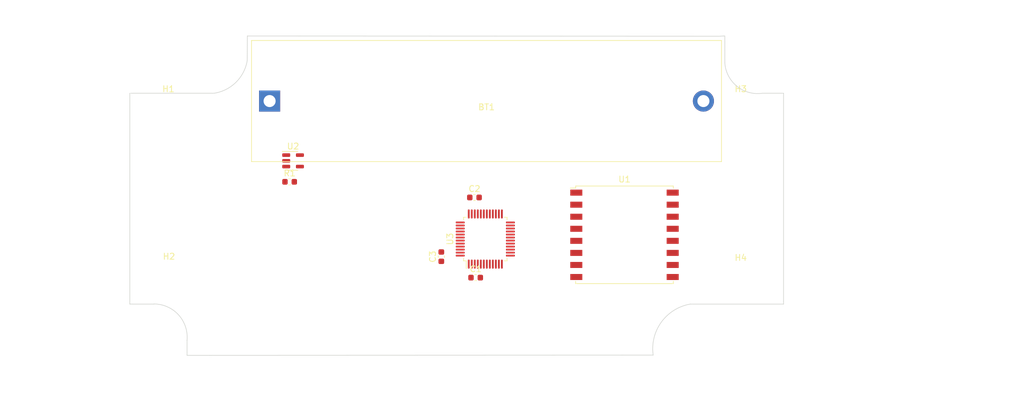
<source format=kicad_pcb>
(kicad_pcb (version 20221018) (generator pcbnew)
  (layers (0 "F.Cu" signal) (31 "B.Cu" signal) (34 "B.Paste" user) (35 "F.Paste" user) (36 "B.SilkS" user "B.Silkscreen") (37 "F.SilkS" user "F.Silkscreen") (38 "B.Mask" user) (39 "F.Mask" user) (44 "Edge.Cuts" user))
  (net 0 "")
  (net 1 "GND")
  (net 2 "MISO")
  (net 3 "MOSI")
  (net 4 "SCK")
  (net 5 "NSS")
  (net 6 "LORA_R")
  (net 42 "SS")
  (net 47 "DI0")
  (net 48 "DIO0")
  (net 49 "+3.3V")
  (net 50 "+BATT")
  (net 51 "Net-(U2-PROG)")
  (footprint "Capacitor_SMD:C_0603_1608Metric" (layer "F.Cu") (at 136.7 102.625 90)
    (fp_text reference "C3" (at 0 -1.43 90) (layer "F.SilkS"))
    (fp_text value "4.7uF")
    (fp_line (start -0.14058 -0.51) (end 0.14058 -0.51) (stroke (width 0.12)) (layer "F.SilkS"))
    (fp_line (start -0.14058 0.51) (end 0.14058 0.51) (stroke (width 0.12)) (layer "F.SilkS"))
    (pad "1" smd roundrect (at -0.775 0 90) (size 0.9 0.95) (layers "F.Cu" "F.Paste" "F.Mask") (net 49 "+3.3V"))
    (pad "2" smd roundrect (at 0.775 0 90) (size 0.9 0.95) (layers "F.Cu" "F.Paste" "F.Mask") (net 1 "GND"))
  )
  (footprint "MountingHole:MountingHole_3.2mm_M3" (layer "F.Cu") (at 186.4 79)
    (fp_text reference "H3" (at 0 -4.2) (layer "F.SilkS"))
    (fp_text value "MountingHole")
    (pad "" np_thru_hole circle (at 0 0) (size 3.2 3.2) (drill 3.2) (layers "*.Cu" "*.Mask"))
  )
  (footprint "Package_QFP:LQFP-48_7x7mm_P0.5mm" (layer "F.Cu") (at 144 99.7 90)
    (fp_text reference "U3" (at 0 -5.85 90) (layer "F.SilkS"))
    (fp_text value "STM32L452CETx")
    (fp_line (start -3.61 -3.61) (end -3.61 -3.16) (stroke (width 0.12)) (layer "F.SilkS"))
    (fp_line (start -3.61 -3.16) (end -4.9 -3.16) (stroke (width 0.12)) (layer "F.SilkS"))
    (fp_line (start -3.61 3.61) (end -3.61 3.16) (stroke (width 0.12)) (layer "F.SilkS"))
    (fp_line (start -3.16 -3.61) (end -3.61 -3.61) (stroke (width 0.12)) (layer "F.SilkS"))
    (fp_line (start -3.16 3.61) (end -3.61 3.61) (stroke (width 0.12)) (layer "F.SilkS"))
    (fp_line (start 3.16 -3.61) (end 3.61 -3.61) (stroke (width 0.12)) (layer "F.SilkS"))
    (fp_line (start 3.16 3.61) (end 3.61 3.61) (stroke (width 0.12)) (layer "F.SilkS"))
    (fp_line (start 3.61 -3.61) (end 3.61 -3.16) (stroke (width 0.12)) (layer "F.SilkS"))
    (fp_line (start 3.61 3.61) (end 3.61 3.16) (stroke (width 0.12)) (layer "F.SilkS"))
    (pad "1" smd roundrect (at -4.1625 -2.75 90) (size 1.475 0.3) (layers "F.Cu" "F.Paste" "F.Mask") (net 49 "+3.3V"))
    (pad "2" smd roundrect (at -4.1625 -2.25 90) (size 1.475 0.3) (layers "F.Cu" "F.Paste" "F.Mask"))
    (pad "3" smd roundrect (at -4.1625 -1.75 90) (size 1.475 0.3) (layers "F.Cu" "F.Paste" "F.Mask"))
    (pad "4" smd roundrect (at -4.1625 -1.25 90) (size 1.475 0.3) (layers "F.Cu" "F.Paste" "F.Mask"))
    (pad "5" smd roundrect (at -4.1625 -0.75 90) (size 1.475 0.3) (layers "F.Cu" "F.Paste" "F.Mask"))
    (pad "6" smd roundrect (at -4.1625 -0.25 90) (size 1.475 0.3) (layers "F.Cu" "F.Paste" "F.Mask"))
    (pad "7" smd roundrect (at -4.1625 0.25 90) (size 1.475 0.3) (layers "F.Cu" "F.Paste" "F.Mask"))
    (pad "8" smd roundrect (at -4.1625 0.75 90) (size 1.475 0.3) (layers "F.Cu" "F.Paste" "F.Mask") (net 1 "GND"))
    (pad "9" smd roundrect (at -4.1625 1.25 90) (size 1.475 0.3) (layers "F.Cu" "F.Paste" "F.Mask") (net 49 "+3.3V"))
    (pad "10" smd roundrect (at -4.1625 1.75 90) (size 1.475 0.3) (layers "F.Cu" "F.Paste" "F.Mask"))
    (pad "11" smd roundrect (at -4.1625 2.25 90) (size 1.475 0.3) (layers "F.Cu" "F.Paste" "F.Mask"))
    (pad "12" smd roundrect (at -4.1625 2.75 90) (size 1.475 0.3) (layers "F.Cu" "F.Paste" "F.Mask"))
    (pad "13" smd roundrect (at -2.75 4.1625 90) (size 0.3 1.475) (layers "F.Cu" "F.Paste" "F.Mask"))
    (pad "14" smd roundrect (at -2.25 4.1625 90) (size 0.3 1.475) (layers "F.Cu" "F.Paste" "F.Mask"))
    (pad "15" smd roundrect (at -1.75 4.1625 90) (size 0.3 1.475) (layers "F.Cu" "F.Paste" "F.Mask") (net 4 "SCK"))
    (pad "16" smd roundrect (at -1.25 4.1625 90) (size 0.3 1.475) (layers "F.Cu" "F.Paste" "F.Mask") (net 2 "MISO"))
    (pad "17" smd roundrect (at -0.75 4.1625 90) (size 0.3 1.475) (layers "F.Cu" "F.Paste" "F.Mask") (net 3 "MOSI"))
    (pad "18" smd roundrect (at -0.25 4.1625 90) (size 0.3 1.475) (layers "F.Cu" "F.Paste" "F.Mask") (net 5 "NSS"))
    (pad "19" smd roundrect (at 0.25 4.1625 90) (size 0.3 1.475) (layers "F.Cu" "F.Paste" "F.Mask") (net 6 "LORA_R"))
    (pad "20" smd roundrect (at 0.75 4.1625 90) (size 0.3 1.475) (layers "F.Cu" "F.Paste" "F.Mask") (net 48 "DIO0"))
    (pad "21" smd roundrect (at 1.25 4.1625 90) (size 0.3 1.475) (layers "F.Cu" "F.Paste" "F.Mask"))
    (pad "22" smd roundrect (at 1.75 4.1625 90) (size 0.3 1.475) (layers "F.Cu" "F.Paste" "F.Mask"))
    (pad "23" smd roundrect (at 2.25 4.1625 90) (size 0.3 1.475) (layers "F.Cu" "F.Paste" "F.Mask") (net 1 "GND"))
    (pad "24" smd roundrect (at 2.75 4.1625 90) (size 0.3 1.475) (layers "F.Cu" "F.Paste" "F.Mask") (net 49 "+3.3V"))
    (pad "25" smd roundrect (at 4.1625 2.75 90) (size 1.475 0.3) (layers "F.Cu" "F.Paste" "F.Mask"))
    (pad "26" smd roundrect (at 4.1625 2.25 90) (size 1.475 0.3) (layers "F.Cu" "F.Paste" "F.Mask"))
    (pad "27" smd roundrect (at 4.1625 1.75 90) (size 1.475 0.3) (layers "F.Cu" "F.Paste" "F.Mask"))
    (pad "28" smd roundrect (at 4.1625 1.25 90) (size 1.475 0.3) (layers "F.Cu" "F.Paste" "F.Mask"))
    (pad "29" smd roundrect (at 4.1625 0.75 90) (size 1.475 0.3) (layers "F.Cu" "F.Paste" "F.Mask"))
    (pad "30" smd roundrect (at 4.1625 0.25 90) (size 1.475 0.3) (layers "F.Cu" "F.Paste" "F.Mask"))
    (pad "31" smd roundrect (at 4.1625 -0.25 90) (size 1.475 0.3) (layers "F.Cu" "F.Paste" "F.Mask"))
    (pad "32" smd roundrect (at 4.1625 -0.75 90) (size 1.475 0.3) (layers "F.Cu" "F.Paste" "F.Mask"))
    (pad "33" smd roundrect (at 4.1625 -1.25 90) (size 1.475 0.3) (layers "F.Cu" "F.Paste" "F.Mask"))
    (pad "34" smd roundrect (at 4.1625 -1.75 90) (size 1.475 0.3) (layers "F.Cu" "F.Paste" "F.Mask"))
    (pad "35" smd roundrect (at 4.1625 -2.25 90) (size 1.475 0.3) (layers "F.Cu" "F.Paste" "F.Mask") (net 1 "GND"))
    (pad "36" smd roundrect (at 4.1625 -2.75 90) (size 1.475 0.3) (layers "F.Cu" "F.Paste" "F.Mask") (net 49 "+3.3V"))
    (pad "37" smd roundrect (at 2.75 -4.1625 90) (size 0.3 1.475) (layers "F.Cu" "F.Paste" "F.Mask"))
    (pad "38" smd roundrect (at 2.25 -4.1625 90) (size 0.3 1.475) (layers "F.Cu" "F.Paste" "F.Mask"))
    (pad "39" smd roundrect (at 1.75 -4.1625 90) (size 0.3 1.475) (layers "F.Cu" "F.Paste" "F.Mask"))
    (pad "40" smd roundrect (at 1.25 -4.1625 90) (size 0.3 1.475) (layers "F.Cu" "F.Paste" "F.Mask"))
    (pad "41" smd roundrect (at 0.75 -4.1625 90) (size 0.3 1.475) (layers "F.Cu" "F.Paste" "F.Mask"))
    (pad "42" smd roundrect (at 0.25 -4.1625 90) (size 0.3 1.475) (layers "F.Cu" "F.Paste" "F.Mask") (net 42 "SS"))
    (pad "43" smd roundrect (at -0.25 -4.1625 90) (size 0.3 1.475) (layers "F.Cu" "F.Paste" "F.Mask"))
    (pad "44" smd roundrect (at -0.75 -4.1625 90) (size 0.3 1.475) (layers "F.Cu" "F.Paste" "F.Mask"))
    (pad "45" smd roundrect (at -1.25 -4.1625 90) (size 0.3 1.475) (layers "F.Cu" "F.Paste" "F.Mask"))
    (pad "46" smd roundrect (at -1.75 -4.1625 90) (size 0.3 1.475) (layers "F.Cu" "F.Paste" "F.Mask"))
    (pad "47" smd roundrect (at -2.25 -4.1625 90) (size 0.3 1.475) (layers "F.Cu" "F.Paste" "F.Mask") (net 1 "GND"))
    (pad "48" smd roundrect (at -2.75 -4.1625 90) (size 0.3 1.475) (layers "F.Cu" "F.Paste" "F.Mask") (net 49 "+3.3V"))
  )
  (footprint "Battery:BatteryHolder_MPD_BH-18650-PC2" (layer "F.Cu") (at 108.2 76.8)
    (fp_text reference "BT1" (at 36 1) (layer "F.SilkS"))
    (fp_text value "Battery_Cell")
    (fp_line (start -3 -10.05) (end 75 -10.05) (stroke (width 0.12)) (layer "F.SilkS"))
    (fp_line (start -3 10.05) (end -3 -10.05) (stroke (width 0.12)) (layer "F.SilkS"))
    (fp_line (start 75 -10.05) (end 75 10.05) (stroke (width 0.12)) (layer "F.SilkS"))
    (fp_line (start 75 10.05) (end -3 10.05) (stroke (width 0.12)) (layer "F.SilkS"))
    (pad "" np_thru_hole circle (at 8.645 0) (size 3.2 3.2) (drill 3.2) (layers "*.Cu" "*.Mask"))
    (pad "" np_thru_hole circle (at 64.255 0) (size 3.2 3.2) (drill 3.2) (layers "*.Cu" "*.Mask"))
    (pad "1" thru_hole rect (at 0 0) (size 3.5 3.5) (drill 2) (layers "*.Cu" "*.Mask") (net 50 "+BATT"))
    (pad "2" thru_hole circle (at 72 0) (size 3.5 3.5) (drill 2) (layers "*.Cu" "*.Mask") (net 1 "GND"))
  )
  (footprint "MountingHole:MountingHole_3.2mm_M3" (layer "F.Cu") (at 186.4 107)
    (fp_text reference "H4" (at 0 -4.2) (layer "F.SilkS"))
    (fp_text value "MountingHole")
    (pad "" np_thru_hole circle (at 0 0) (size 3.2 3.2) (drill 3.2) (layers "*.Cu" "*.Mask"))
  )
  (footprint "RF_Module:HOPERF_RFM9XW_SMD" (layer "F.Cu") (at 167.1 99)
    (fp_text reference "U1" (at 0 -9.2) (layer "F.SilkS"))
    (fp_text value "RFM95W-868S2")
    (fp_line (start -8.1 -8.1) (end -8.1 -7.75) (stroke (width 0.12)) (layer "F.SilkS"))
    (fp_line (start -8.1 -8.1) (end 8.1 -8.1) (stroke (width 0.12)) (layer "F.SilkS"))
    (fp_line (start -8.1 -7.75) (end -9 -7.75) (stroke (width 0.12)) (layer "F.SilkS"))
    (fp_line (start -8.1 7.7) (end -8.1 8.1) (stroke (width 0.12)) (layer "F.SilkS"))
    (fp_line (start -8.1 8.1) (end 8.1 8.1) (stroke (width 0.12)) (layer "F.SilkS"))
    (fp_line (start 8.1 -8.1) (end 8.1 -7.7) (stroke (width 0.12)) (layer "F.SilkS"))
    (fp_line (start 8.1 8.1) (end 8.1 7.7) (stroke (width 0.12)) (layer "F.SilkS"))
    (pad "1" smd rect (at -8 -7) (size 2 1) (layers "F.Cu" "F.Paste" "F.Mask") (net 1 "GND"))
    (pad "2" smd rect (at -8 -5) (size 2 1) (layers "F.Cu" "F.Paste" "F.Mask") (net 2 "MISO"))
    (pad "3" smd rect (at -8 -3) (size 2 1) (layers "F.Cu" "F.Paste" "F.Mask") (net 3 "MOSI"))
    (pad "4" smd rect (at -8 -1) (size 2 1) (layers "F.Cu" "F.Paste" "F.Mask") (net 4 "SCK"))
    (pad "5" smd rect (at -8 1) (size 2 1) (layers "F.Cu" "F.Paste" "F.Mask") (net 5 "NSS"))
    (pad "6" smd rect (at -8 3) (size 2 1) (layers "F.Cu" "F.Paste" "F.Mask") (net 6 "LORA_R"))
    (pad "7" smd rect (at -8 5) (size 2 1) (layers "F.Cu" "F.Paste" "F.Mask"))
    (pad "8" smd rect (at -8 7) (size 2 1) (layers "F.Cu" "F.Paste" "F.Mask") (net 1 "GND"))
    (pad "9" smd rect (at 8 7) (size 2 1) (layers "F.Cu" "F.Paste" "F.Mask"))
    (pad "10" smd rect (at 8 5) (size 2 1) (layers "F.Cu" "F.Paste" "F.Mask") (net 1 "GND"))
    (pad "11" smd rect (at 8 3) (size 2 1) (layers "F.Cu" "F.Paste" "F.Mask"))
    (pad "12" smd rect (at 8 1) (size 2 1) (layers "F.Cu" "F.Paste" "F.Mask"))
    (pad "13" smd rect (at 8 -1) (size 2 1) (layers "F.Cu" "F.Paste" "F.Mask"))
    (pad "14" smd rect (at 8 -3) (size 2 1) (layers "F.Cu" "F.Paste" "F.Mask") (net 47 "DI0"))
    (pad "15" smd rect (at 8 -5) (size 2 1) (layers "F.Cu" "F.Paste" "F.Mask"))
    (pad "16" smd rect (at 8 -7) (size 2 1) (layers "F.Cu" "F.Paste" "F.Mask"))
  )
  (footprint "Capacitor_SMD:C_0603_1608Metric" (layer "F.Cu") (at 142.2 92.8)
    (fp_text reference "C2" (at 0 -1.43) (layer "F.SilkS"))
    (fp_text value "100nF")
    (fp_line (start -0.14058 -0.51) (end 0.14058 -0.51) (stroke (width 0.12)) (layer "F.SilkS"))
    (fp_line (start -0.14058 0.51) (end 0.14058 0.51) (stroke (width 0.12)) (layer "F.SilkS"))
    (pad "1" smd roundrect (at -0.775 0) (size 0.9 0.95) (layers "F.Cu" "F.Paste" "F.Mask") (net 49 "+3.3V"))
    (pad "2" smd roundrect (at 0.775 0) (size 0.9 0.95) (layers "F.Cu" "F.Paste" "F.Mask") (net 1 "GND"))
  )
  (footprint "Capacitor_SMD:C_0603_1608Metric" (layer "F.Cu") (at 111.525 90.2)
    (fp_text reference "R1" (at 0 -1.43) (layer "F.SilkS"))
    (fp_text value "5.1K")
    (fp_line (start -0.14058 -0.51) (end 0.14058 -0.51) (stroke (width 0.12)) (layer "F.SilkS"))
    (fp_line (start -0.14058 0.51) (end 0.14058 0.51) (stroke (width 0.12)) (layer "F.SilkS"))
    (pad "1" smd roundrect (at -0.775 0) (size 0.9 0.95) (layers "F.Cu" "F.Paste" "F.Mask") (net 51 "Net-(U2-PROG)"))
    (pad "2" smd roundrect (at 0.775 0) (size 0.9 0.95) (layers "F.Cu" "F.Paste" "F.Mask") (net 1 "GND"))
  )
  (footprint "Capacitor_SMD:C_0603_1608Metric" (layer "F.Cu") (at 142.4 106.1)
    (fp_text reference "C1" (at 0 -1.43) (layer "F.SilkS"))
    (fp_text value "100nF")
    (fp_line (start -0.14058 -0.51) (end 0.14058 -0.51) (stroke (width 0.12)) (layer "F.SilkS"))
    (fp_line (start -0.14058 0.51) (end 0.14058 0.51) (stroke (width 0.12)) (layer "F.SilkS"))
    (pad "1" smd roundrect (at -0.775 0) (size 0.9 0.95) (layers "F.Cu" "F.Paste" "F.Mask") (net 49 "+3.3V"))
    (pad "2" smd roundrect (at 0.775 0) (size 0.9 0.95) (layers "F.Cu" "F.Paste" "F.Mask") (net 1 "GND"))
  )
  (footprint "MountingHole:MountingHole_3.2mm_M3" (layer "F.Cu") (at 91.4 79)
    (fp_text reference "H1" (at 0 -4.2) (layer "F.SilkS"))
    (fp_text value "MountingHole")
    (pad "" np_thru_hole circle (at 0 0) (size 3.2 3.2) (drill 3.2) (layers "*.Cu" "*.Mask"))
  )
  (footprint "MountingHole:MountingHole_3.2mm_M3" (layer "F.Cu") (at 91.5 106.8)
    (fp_text reference "H2" (at 0 -4.2) (layer "F.SilkS"))
    (fp_text value "MountingHole")
    (pad "" np_thru_hole circle (at 0 0) (size 3.2 3.2) (drill 3.2) (layers "*.Cu" "*.Mask"))
  )
  (footprint "Package_TO_SOT_SMD:SOT-23-5" (layer "F.Cu") (at 112.095 86.72)
    (fp_text reference "U2" (at 0 -2.4) (layer "F.SilkS"))
    (fp_text value "MCP73831-2-OT")
    (fp_line (start 0 -1.56) (end -1.8 -1.56) (stroke (width 0.12)) (layer "F.SilkS"))
    (fp_line (start 0 -1.56) (end 0.8 -1.56) (stroke (width 0.12)) (layer "F.SilkS"))
    (fp_line (start 0 1.56) (end -0.8 1.56) (stroke (width 0.12)) (layer "F.SilkS"))
    (fp_line (start 0 1.56) (end 0.8 1.56) (stroke (width 0.12)) (layer "F.SilkS"))
    (pad "1" smd roundrect (at -1.1375 -0.95) (size 1.325 0.6) (layers "F.Cu" "F.Paste" "F.Mask"))
    (pad "2" smd roundrect (at -1.1375 0) (size 1.325 0.6) (layers "F.Cu" "F.Paste" "F.Mask") (net 1 "GND"))
    (pad "3" smd roundrect (at -1.1375 0.95) (size 1.325 0.6) (layers "F.Cu" "F.Paste" "F.Mask") (net 50 "+BATT"))
    (pad "4" smd roundrect (at 1.1375 0.95) (size 1.325 0.6) (layers "F.Cu" "F.Paste" "F.Mask"))
    (pad "5" smd roundrect (at 1.1375 -0.95) (size 1.325 0.6) (layers "F.Cu" "F.Paste" "F.Mask") (net 51 "Net-(U2-PROG)"))
  )
  (gr_line (start 183.5 66) (end 183.75 66) (stroke (width 0.1)) (layer "Edge.Cuts"))
  (gr_line (start 104.486993 70.081166) (end 104.5 66) (stroke (width 0.1)) (layer "Edge.Cuts"))
  (gr_line (start 193.5 75.5) (end 193.5 110) (stroke (width 0.1)) (layer "Edge.Cuts"))
  (gr_line (start 104.5 66) (end 182.88 66.04) (stroke (width 0.1)) (layer "Edge.Cuts"))
  (gr_line (start 190 75.5) (end 193.5 75.5) (stroke (width 0.1)) (layer "Edge.Cuts"))
  (gr_line (start 193.5 110) (end 193.5 110.5) (stroke (width 0.1)) (layer "Edge.Cuts"))
  (gr_line (start 85 75.5) (end 85 110.5) (stroke (width 0.1)) (layer "Edge.Cuts"))
  (gr_line (start 182.88 66.04) (end 183.5 66) (stroke (width 0.1)) (layer "Edge.Cuts"))
  (gr_line (start 171.862192 118.962544) (end 94.5 119) (stroke (width 0.1)) (layer "Edge.Cuts"))
  (gr_arc (start 171.862192 118.962544) (mid 173.217979 113.488764) (end 178 110.5) (stroke (width 0.1)) (layer "Edge.Cuts"))
  (gr_arc (start 190 75.499999) (mid 185.776717 74.35219) (end 183.753708 70.471338) (stroke (width 0.1)) (layer "Edge.Cuts"))
  (gr_line (start 85 110.5) (end 89 110.5) (stroke (width 0.1)) (layer "Edge.Cuts"))
  (gr_line (start 183.753708 70.471338) (end 183.75 66) (stroke (width 0.1)) (layer "Edge.Cuts"))
  (gr_arc (start 104.486993 70.081166) (mid 102.621115 73.679241) (end 99 75.5) (stroke (width 0.1)) (layer "Edge.Cuts"))
  (gr_line (start 193.5 110.5) (end 178 110.5) (stroke (width 0.1)) (layer "Edge.Cuts"))
  (gr_line (start 85 75.5) (end 99 75.5) (stroke (width 0.1)) (layer "Edge.Cuts"))
  (gr_arc (start 89 110.47732) (mid 93.078072 112.275845) (end 94.499999 116.5) (stroke (width 0.1)) (layer "Edge.Cuts"))
  (gr_line (start 94.5 116.5) (end 94.5 119) (stroke (width 0.1)) (layer "Edge.Cuts"))
)
</source>
